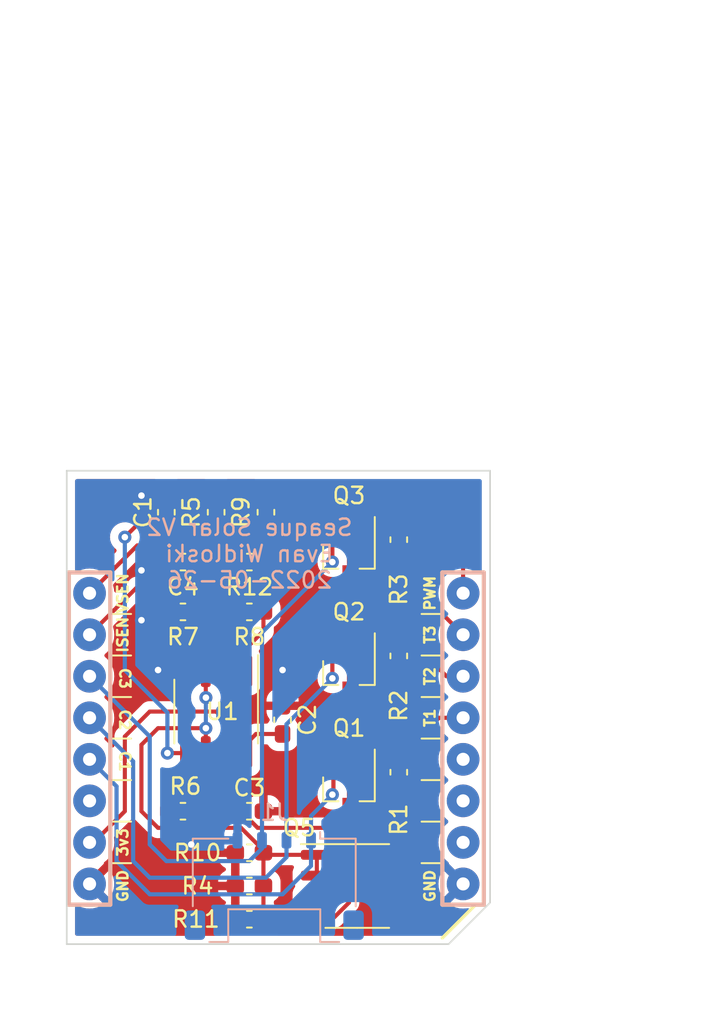
<source format=kicad_pcb>
(kicad_pcb (version 20211014) (generator pcbnew)
  (layers (0 "F.Cu" signal) (31 "B.Cu" signal) (34 "B.Paste" user) (35 "F.Paste" user) (36 "B.SilkS" user "B.Silkscreen") (37 "F.SilkS" user "F.Silkscreen") (38 "B.Mask" user) (39 "F.Mask" user) (44 "Edge.Cuts" user))
  (net 0 "")
  (net 1 "/PWM")
  (net 2 "/V_SENSE")
  (net 3 "/CELL1")
  (net 4 "/I_SENSE")
  (net 5 "/CELL2")
  (net 6 "unconnected-(A1-Pad12)")
  (net 7 "/CELL3")
  (net 10 "GND")
  (net 11 "Net-(C1-Pad1)")
  (net 12 "Net-(Q1-Pad1)")
  (net 13 "Net-(Q2-Pad1)")
  (net 14 "Net-(Q3-Pad1)")
  (net 15 "/T1")
  (net 16 "/T2")
  (net 18 "+3V3")
  (net 19 "/T3")
  (net 20 "Net-(R7-Pad2)")
  (net 21 "Net-(R6-Pad1)")
  (net 22 "Net-(R8-Pad2)")
  (net 23 "Net-(C3-Pad1)")
  (net 24 "Net-(R10-Pad2)")
  (footprint "Package_TO_SOT_SMD:SOT-23_Handsoldering" (layer "F.Cu") (at 143.764 75.8455 -90)
    (fp_text reference "Q2" (at -3.7095 0 180) (layer "F.SilkS"))
    (fp_text value "hFE>1k")
    (fp_line (start 0.76 1.58) (end -0.7 1.58) (layer "F.SilkS") (width 0.12))
    (fp_line (start 0.76 1.58) (end 0.76 0.65) (layer "F.SilkS") (width 0.12))
    (fp_line (start 0.76 -1.58) (end 0.76 -0.65) (layer "F.SilkS") (width 0.12))
    (fp_line (start 0.76 -1.58) (end -2.4 -1.58) (layer "F.SilkS") (width 0.12))
    (pad "1" smd rect (at -1.5 -0.95 270) (size 1.9 0.8) (layers "F.Cu" "F.Paste" "F.Mask") (net 13 "Net-(Q2-Pad1)"))
    (pad "2" smd rect (at -1.5 0.95 270) (size 1.9 0.8) (layers "F.Cu" "F.Paste" "F.Mask") (net 5 "/CELL2"))
    (pad "3" smd rect (at 1.5 0 270) (size 1.9 0.8) (layers "F.Cu" "F.Paste" "F.Mask") (net 2 "/V_SENSE"))
  )
  (footprint "Capacitor_SMD:C_0603_1608Metric_Pad1.08x0.95mm_HandSolder" (layer "F.Cu") (at 137.668 90.932)
    (fp_text reference "R11" (at -3.27 0) (layer "F.SilkS"))
    (fp_text value "3")
    (fp_line (start -0.146267 0.51) (end 0.146267 0.51) (layer "F.SilkS") (width 0.12))
    (fp_line (start -0.146267 -0.51) (end 0.146267 -0.51) (layer "F.SilkS") (width 0.12))
    (pad "1" smd roundrect (at -0.8625 0) (size 1.075 0.95) (layers "F.Cu" "F.Paste" "F.Mask") (net 10 "GND"))
    (pad "2" smd roundrect (at 0.8625 0) (size 1.075 0.95) (layers "F.Cu" "F.Paste" "F.Mask") (net 24 "Net-(R10-Pad2)"))
  )
  (footprint "Package_SO:SOIC-8_3.9x4.9mm_P1.27mm" (layer "F.Cu") (at 144.272 88.9)
    (fp_text reference "Q5" (at -3.556 -3.556) (layer "F.SilkS"))
    (fp_text value "IRF7403")
    (fp_line (start 0 2.56) (end 1.95 2.56) (layer "F.SilkS") (width 0.12))
    (fp_line (start 0 2.56) (end -1.95 2.56) (layer "F.SilkS") (width 0.12))
    (fp_line (start 0 -2.56) (end -3.45 -2.56) (layer "F.SilkS") (width 0.12))
    (fp_line (start 0 -2.56) (end 1.95 -2.56) (layer "F.SilkS") (width 0.12))
    (pad "1" smd roundrect (at -2.475 -1.905) (size 1.95 0.6) (layers "F.Cu" "F.Paste" "F.Mask") (net 24 "Net-(R10-Pad2)"))
    (pad "2" smd roundrect (at -2.475 -0.635) (size 1.95 0.6) (layers "F.Cu" "F.Paste" "F.Mask") (net 24 "Net-(R10-Pad2)"))
    (pad "3" smd roundrect (at -2.475 0.635) (size 1.95 0.6) (layers "F.Cu" "F.Paste" "F.Mask") (net 24 "Net-(R10-Pad2)"))
    (pad "4" smd roundrect (at -2.475 1.905) (size 1.95 0.6) (layers "F.Cu" "F.Paste" "F.Mask") (net 23 "Net-(C3-Pad1)"))
    (pad "5" smd roundrect (at 2.475 1.905) (size 1.95 0.6) (layers "F.Cu" "F.Paste" "F.Mask") (net 2 "/V_SENSE"))
    (pad "6" smd roundrect (at 2.475 0.635) (size 1.95 0.6) (layers "F.Cu" "F.Paste" "F.Mask") (net 2 "/V_SENSE"))
    (pad "7" smd roundrect (at 2.475 -0.635) (size 1.95 0.6) (layers "F.Cu" "F.Paste" "F.Mask") (net 2 "/V_SENSE"))
    (pad "8" smd roundrect (at 2.475 -1.905) (size 1.95 0.6) (layers "F.Cu" "F.Paste" "F.Mask") (net 2 "/V_SENSE"))
  )
  (footprint "Capacitor_SMD:C_0603_1608Metric_Pad1.08x0.95mm_HandSolder" (layer "F.Cu") (at 135.636 66.04 -90)
    (fp_text reference "R5" (at 0 1.524 -90) (layer "F.SilkS"))
    (fp_text value "1k")
    (fp_line (start -0.146267 0.51) (end 0.146267 0.51) (layer "F.SilkS") (width 0.12))
    (fp_line (start -0.146267 -0.51) (end 0.146267 -0.51) (layer "F.SilkS") (width 0.12))
    (pad "1" smd roundrect (at -0.8625 0 270) (size 1.075 0.95) (layers "F.Cu" "F.Paste" "F.Mask") (net 10 "GND"))
    (pad "2" smd roundrect (at 0.8625 0 270) (size 1.075 0.95) (layers "F.Cu" "F.Paste" "F.Mask") (net 11 "Net-(C1-Pad1)"))
  )
  (footprint "Package_TO_SOT_SMD:SOT-23_Handsoldering" (layer "F.Cu") (at 143.764 82.9575 -90)
    (fp_text reference "Q1" (at -3.7095 0) (layer "F.SilkS"))
    (fp_text value "hFE>1k")
    (fp_line (start 0.76 -1.58) (end 0.76 -0.65) (layer "F.SilkS") (width 0.12))
    (fp_line (start 0.76 -1.58) (end -2.4 -1.58) (layer "F.SilkS") (width 0.12))
    (fp_line (start 0.76 1.58) (end 0.76 0.65) (layer "F.SilkS") (width 0.12))
    (fp_line (start 0.76 1.58) (end -0.7 1.58) (layer "F.SilkS") (width 0.12))
    (pad "1" smd rect (at -1.5 -0.95 270) (size 1.9 0.8) (layers "F.Cu" "F.Paste" "F.Mask") (net 12 "Net-(Q1-Pad1)"))
    (pad "2" smd rect (at -1.5 0.95 270) (size 1.9 0.8) (layers "F.Cu" "F.Paste" "F.Mask") (net 3 "/CELL1"))
    (pad "3" smd rect (at 1.5 0 270) (size 1.9 0.8) (layers "F.Cu" "F.Paste" "F.Mask") (net 2 "/V_SENSE"))
  )
  (footprint "Capacitor_SMD:C_0603_1608Metric_Pad1.08x0.95mm_HandSolder" (layer "F.Cu") (at 132.588 66.04 90)
    (fp_text reference "C1" (at 0 -1.43 90) (layer "F.SilkS"))
    (fp_text value "10uF")
    (fp_line (start -0.146267 0.51) (end 0.146267 0.51) (layer "F.SilkS") (width 0.12))
    (fp_line (start -0.146267 -0.51) (end 0.146267 -0.51) (layer "F.SilkS") (width 0.12))
    (pad "1" smd roundrect (at -0.8625 0 90) (size 1.075 0.95) (layers "F.Cu" "F.Paste" "F.Mask") (net 11 "Net-(C1-Pad1)"))
    (pad "2" smd roundrect (at 0.8625 0 90) (size 1.075 0.95) (layers "F.Cu" "F.Paste" "F.Mask") (net 10 "GND"))
  )
  (footprint "Capacitor_SMD:C_0603_1608Metric_Pad1.08x0.95mm_HandSolder" (layer "F.Cu") (at 146.812 81.9415 -90)
    (fp_text reference "R1" (at 2.8945 0 -90) (layer "F.SilkS"))
    (fp_text value "1k")
    (fp_line (start -0.146267 -0.51) (end 0.146267 -0.51) (layer "F.SilkS") (width 0.12))
    (fp_line (start -0.146267 0.51) (end 0.146267 0.51) (layer "F.SilkS") (width 0.12))
    (pad "1" smd roundrect (at -0.8625 0 270) (size 1.075 0.95) (layers "F.Cu" "F.Paste" "F.Mask") (net 15 "/T1"))
    (pad "2" smd roundrect (at 0.8625 0 270) (size 1.075 0.95) (layers "F.Cu" "F.Paste" "F.Mask") (net 12 "Net-(Q1-Pad1)"))
  )
  (footprint "Capacitor_SMD:C_0603_1608Metric_Pad1.08x0.95mm_HandSolder" (layer "F.Cu") (at 137.668 69.088 180)
    (fp_text reference "R12" (at 0 -1.524) (layer "F.SilkS"))
    (fp_text value "1k")
    (fp_line (start -0.146267 0.51) (end 0.146267 0.51) (layer "F.SilkS") (width 0.12))
    (fp_line (start -0.146267 -0.51) (end 0.146267 -0.51) (layer "F.SilkS") (width 0.12))
    (pad "1" smd roundrect (at -0.8625 0 180) (size 1.075 0.95) (layers "F.Cu" "F.Paste" "F.Mask") (net 22 "Net-(R8-Pad2)"))
    (pad "2" smd roundrect (at 0.8625 0 180) (size 1.075 0.95) (layers "F.Cu" "F.Paste" "F.Mask") (net 4 "/I_SENSE"))
  )
  (footprint "Capacitor_SMD:C_0603_1608Metric_Pad1.08x0.95mm_HandSolder" (layer "F.Cu") (at 133.604 84.328)
    (fp_text reference "R6" (at 0.146267 -1.524) (layer "F.SilkS"))
    (fp_text value "1k")
    (fp_line (start -0.146267 -0.51) (end 0.146267 -0.51) (layer "F.SilkS") (width 0.12))
    (fp_line (start -0.146267 0.51) (end 0.146267 0.51) (layer "F.SilkS") (width 0.12))
    (pad "1" smd roundrect (at -0.8625 0) (size 1.075 0.95) (layers "F.Cu" "F.Paste" "F.Mask") (net 21 "Net-(R6-Pad1)"))
    (pad "2" smd roundrect (at 0.8625 0) (size 1.075 0.95) (layers "F.Cu" "F.Paste" "F.Mask") (net 23 "Net-(C3-Pad1)"))
  )
  (footprint "Capacitor_SMD:C_0603_1608Metric_Pad1.08x0.95mm_HandSolder" (layer "F.Cu") (at 137.668 72.136)
    (fp_text reference "R8" (at 0 1.524) (layer "F.SilkS"))
    (fp_text value "8.2k")
    (fp_line (start -0.146267 0.51) (end 0.146267 0.51) (layer "F.SilkS") (width 0.12))
    (fp_line (start -0.146267 -0.51) (end 0.146267 -0.51) (layer "F.SilkS") (width 0.12))
    (pad "1" smd roundrect (at -0.8625 0) (size 1.075 0.95) (layers "F.Cu" "F.Paste" "F.Mask") (net 20 "Net-(R7-Pad2)"))
    (pad "2" smd roundrect (at 0.8625 0) (size 1.075 0.95) (layers "F.Cu" "F.Paste" "F.Mask") (net 22 "Net-(R8-Pad2)"))
  )
  (footprint "Capacitor_SMD:C_0603_1608Metric_Pad1.08x0.95mm_HandSolder" (layer "F.Cu") (at 133.604 69.088 180)
    (fp_text reference "C4" (at 0 -1.524) (layer "F.SilkS"))
    (fp_text value "1uF")
    (fp_line (start -0.146267 -0.51) (end 0.146267 -0.51) (layer "F.SilkS") (width 0.12))
    (fp_line (start -0.146267 0.51) (end 0.146267 0.51) (layer "F.SilkS") (width 0.12))
    (pad "1" smd roundrect (at -0.8625 0 180) (size 1.075 0.95) (layers "F.Cu" "F.Paste" "F.Mask") (net 4 "/I_SENSE"))
    (pad "2" smd roundrect (at 0.8625 0 180) (size 1.075 0.95) (layers "F.Cu" "F.Paste" "F.Mask") (net 10 "GND"))
  )
  (footprint "Capacitor_SMD:C_0603_1608Metric_Pad1.08x0.95mm_HandSolder" (layer "F.Cu") (at 137.668 88.9)
    (fp_text reference "R4" (at -3.175 0) (layer "F.SilkS"))
    (fp_text value "3")
    (fp_line (start -0.146267 -0.51) (end 0.146267 -0.51) (layer "F.SilkS") (width 0.12))
    (fp_line (start -0.146267 0.51) (end 0.146267 0.51) (layer "F.SilkS") (width 0.12))
    (pad "1" smd roundrect (at -0.8625 0) (size 1.075 0.95) (layers "F.Cu" "F.Paste" "F.Mask") (net 10 "GND"))
    (pad "2" smd roundrect (at 0.8625 0) (size 1.075 0.95) (layers "F.Cu" "F.Paste" "F.Mask") (net 24 "Net-(R10-Pad2)"))
  )
  (footprint "Package_TO_SOT_SMD:SOT-23_Handsoldering" (layer "F.Cu") (at 143.764 68.7335 -90)
    (fp_text reference "Q3" (at -3.7095 0 180) (layer "F.SilkS"))
    (fp_text value "hFE>1k")
    (fp_line (start 0.76 -1.58) (end 0.76 -0.65) (layer "F.SilkS") (width 0.12))
    (fp_line (start 0.76 1.58) (end -0.7 1.58) (layer "F.SilkS") (width 0.12))
    (fp_line (start 0.76 -1.58) (end -2.4 -1.58) (layer "F.SilkS") (width 0.12))
    (fp_line (start 0.76 1.58) (end 0.76 0.65) (layer "F.SilkS") (width 0.12))
    (pad "1" smd rect (at -1.5 -0.95 270) (size 1.9 0.8) (layers "F.Cu" "F.Paste" "F.Mask") (net 14 "Net-(Q3-Pad1)"))
    (pad "2" smd rect (at -1.5 0.95 270) (size 1.9 0.8) (layers "F.Cu" "F.Paste" "F.Mask") (net 7 "/CELL3"))
    (pad "3" smd rect (at 1.5 0 270) (size 1.9 0.8) (layers "F.Cu" "F.Paste" "F.Mask") (net 2 "/V_SENSE"))
  )
  (footprint "Capacitor_SMD:C_0603_1608Metric_Pad1.08x0.95mm_HandSolder" (layer "F.Cu") (at 146.812 67.7175 -90)
    (fp_text reference "R3" (at 3.048 0 -90) (layer "F.SilkS"))
    (fp_text value "1k")
    (fp_line (start -0.146267 -0.51) (end 0.146267 -0.51) (layer "F.SilkS") (width 0.12))
    (fp_line (start -0.146267 0.51) (end 0.146267 0.51) (layer "F.SilkS") (width 0.12))
    (pad "1" smd roundrect (at -0.8625 0 270) (size 1.075 0.95) (layers "F.Cu" "F.Paste" "F.Mask") (net 19 "/T3"))
    (pad "2" smd roundrect (at 0.8625 0 270) (size 1.075 0.95) (layers "F.Cu" "F.Paste" "F.Mask") (net 14 "Net-(Q3-Pad1)"))
  )
  (footprint "Capacitor_SMD:C_0603_1608Metric_Pad1.08x0.95mm_HandSolder" (layer "F.Cu") (at 146.812 74.8295 -90)
    (fp_text reference "R2" (at 3.048 0 -90) (layer "F.SilkS"))
    (fp_text value "1k")
    (fp_line (start -0.146267 -0.51) (end 0.146267 -0.51) (layer "F.SilkS") (width 0.12))
    (fp_line (start -0.146267 0.51) (end 0.146267 0.51) (layer "F.SilkS") (width 0.12))
    (pad "1" smd roundrect (at -0.8625 0 270) (size 1.075 0.95) (layers "F.Cu" "F.Paste" "F.Mask") (net 16 "/T2"))
    (pad "2" smd roundrect (at 0.8625 0 270) (size 1.075 0.95) (layers "F.Cu" "F.Paste" "F.Mask") (net 13 "Net-(Q2-Pad1)"))
  )
  (footprint "Capacitor_SMD:C_0603_1608Metric_Pad1.08x0.95mm_HandSolder" (layer "F.Cu") (at 139.7 78.74 90)
    (fp_text reference "C2" (at 0 1.524 90) (layer "F.SilkS"))
    (fp_text value "1uF")
    (fp_line (start -0.146267 -0.51) (end 0.146267 -0.51) (layer "F.SilkS") (width 0.12))
    (fp_line (start -0.146267 0.51) (end 0.146267 0.51) (layer "F.SilkS") (width 0.12))
    (pad "1" smd roundrect (at -0.8625 0 90) (size 1.075 0.95) (layers "F.Cu" "F.Paste" "F.Mask") (net 18 "+3V3"))
    (pad "2" smd roundrect (at 0.8625 0 90) (size 1.075 0.95) (layers "F.Cu" "F.Paste" "F.Mask") (net 10 "GND"))
  )
  (footprint "Package_SO:SOIC-8_3.9x4.9mm_P1.27mm" (layer "F.Cu") (at 135.636 78.232 -90)
    (fp_text reference "U1" (at 0 -0.381 180) (layer "F.SilkS"))
    (fp_text value "TLV2372")
    (fp_line (start 0 -2.56) (end -3.45 -2.56) (layer "F.SilkS") (width 0.12))
    (fp_line (start 0 2.56) (end -1.95 2.56) (layer "F.SilkS") (width 0.12))
    (fp_line (start 0 2.56) (end 1.95 2.56) (layer "F.SilkS") (width 0.12))
    (fp_line (start 0 -2.56) (end 1.95 -2.56) (layer "F.SilkS") (width 0.12))
    (pad "1" smd roundrect (at -2.475 -1.905 270) (size 1.95 0.6) (layers "F.Cu" "F.Paste" "F.Mask") (net 22 "Net-(R8-Pad2)"))
    (pad "2" smd roundrect (at -2.475 -0.635 270) (size 1.95 0.6) (layers "F.Cu" "F.Paste" "F.Mask") (net 20 "Net-(R7-Pad2)"))
    (pad "3" smd roundrect (at -2.475 0.635 270) (size 1.95 0.6) (layers "F.Cu" "F.Paste" "F.Mask") (net 24 "Net-(R10-Pad2)"))
    (pad "4" smd roundrect (at -2.475 1.905 270) (size 1.95 0.6) (layers "F.Cu" "F.Paste" "F.Mask") (net 10 "GND"))
    (pad "5" smd roundrect (at 2.475 1.905 270) (size 1.95 0.6) (layers "F.Cu" "F.Paste" "F.Mask") (net 11 "Net-(C1-Pad1)"))
    (pad "6" smd roundrect (at 2.475 0.635 270) (size 1.95 0.6) (layers "F.Cu" "F.Paste" "F.Mask") (net 24 "Net-(R10-Pad2)"))
    (pad "7" smd roundrect (at 2.475 -0.635 270) (size 1.95 0.6) (layers "F.Cu" "F.Paste" "F.Mask") (net 21 "Net-(R6-Pad1)"))
    (pad "8" smd roundrect (at 2.475 -1.905 270) (size 1.95 0.6) (layers "F.Cu" "F.Paste" "F.Mask") (net 18 "+3V3"))
  )
  (footprint "Capacitor_SMD:C_0603_1608Metric_Pad1.08x0.95mm_HandSolder" (layer "F.Cu") (at 137.668 84.328)
    (fp_text reference "C3" (at 0 -1.43) (layer "F.SilkS"))
    (fp_text value "1uF")
    (fp_line (start -0.146267 0.51) (end 0.146267 0.51) (layer "F.SilkS") (width 0.12))
    (fp_line (start -0.146267 -0.51) (end 0.146267 -0.51) (layer "F.SilkS") (width 0.12))
    (pad "1" smd roundrect (at -0.8625 0) (size 1.075 0.95) (layers "F.Cu" "F.Paste" "F.Mask") (net 23 "Net-(C3-Pad1)"))
    (pad "2" smd roundrect (at 0.8625 0) (size 1.075 0.95) (layers "F.Cu" "F.Paste" "F.Mask") (net 10 "GND"))
  )
  (footprint "libmikro:mikroBUS_Plug" (layer "F.Cu") (at 139.319 79.883)
    (fp_text reference "A1" hide)
    (fp_text value "mikroBUS_Plug")
    (fp_text user "T3" (at 9.398 -6.35 270) (layer "F.SilkS") (effects (font (size 0.635 0.635))))
    (fp_text user "T2" (at 9.398 -3.81 270) (layer "F.SilkS") (effects (font (size 0.635 0.635))))
    (fp_text user "ISEN" (at -9.398 -6.35 90) (layer "F.SilkS") (effects (font (size 0.635 0.635))))
    (fp_text user "GND" (at 9.398 9.017 270) (layer "F.SilkS") (effects (font (size 0.635 0.635))))
    (fp_text user "VSEN" (at -9.398 -8.89 90) (layer "F.SilkS") (effects (font (size 0.635 0.635))))
    (fp_text user "GND" (at -9.398 9.017 270) (layer "F.SilkS") (effects (font (size 0.635 0.635))))
    (fp_text user "PWM" (at 9.398 -8.89 270) (layer "F.SilkS") (effects (font (size 0.635 0.635))))
    (fp_text user "3v3" (at -9.398 6.35 90) (layer "F.SilkS") (effects (font (size 0.635 0.635))))
    (fp_text user "T1" (at 9.398 -1.27 270) (layer "F.SilkS") (effects (font (size 0.635 0.635))))
    (fp_line (start -12.7 10.16) (end -12.7 -10.16) (layer "B.SilkS") (width 0.254))
    (fp_line (start 12.7 -10.16) (end 10.16 -10.16) (layer "B.SilkS") (width 0.254))
    (fp_line (start -10.16 10.16) (end -12.7 10.16) (layer "B.SilkS") (width 0.254))
    (fp_line (start -10.16 -10.16) (end -10.16 10.16) (layer "B.SilkS") (width 0.254))
    (fp_line (start 10.16 10.16) (end 12.7 10.16) (layer "B.SilkS") (width 0.254))
    (fp_line (start 10.16 -10.16) (end 10.16 10.16) (layer "B.SilkS") (width 0.254))
    (fp_line (start 12.7 10.16) (end 12.7 -10.16) (layer "B.SilkS") (width 0.254))
    (fp_line (start -12.7 -10.16) (end -10.16 -10.16) (layer "B.SilkS") (width 0.254))
    (fp_line (start -10.16 -2.54) (end -8.89 -2.54) (layer "F.SilkS") (width 0.12))
    (fp_line (start 8.89 7.62) (end 10.16 7.62) (layer "F.SilkS") (width 0.12))
    (fp_line (start -10.16 0) (end -8.89 0) (layer "F.SilkS") (width 0.12))
    (fp_line (start 10.16 12.192) (end 12.192 10.16) (layer "F.SilkS") (width 0.2032))
    (fp_line (start 12.7 -10.16) (end 10.16 -10.16) (layer "F.SilkS") (width 0.254))
    (fp_line (start 10.16 -10.16) (end 10.16 10.16) (layer "F.SilkS") (width 0.254))
    (fp_line (start 8.89 2.54) (end 10.16 2.54) (layer "F.SilkS") (width 0.12))
    (fp_line (start 10.16 10.16) (end 12.7 10.16) (layer "F.SilkS") (width 0.254))
    (fp_line (start 12.7 10.16) (end 12.7 -10.16) (layer "F.SilkS") (width 0.254))
    (fp_line (start -12.7 -10.16) (end -12.7 10.16) (layer "F.SilkS") (width 0.254))
    (fp_line (start -10.16 5.08) (end -8.89 5.08) (layer "F.SilkS") (width 0.12))
    (fp_line (start -12.7 10.16) (end -10.16 10.16) (layer "F.SilkS") (width 0.254))
    (fp_line (start 8.89 -5.08) (end 10.16 -5.08) (layer "F.SilkS") (width 0.12))
    (fp_line (start 8.89 -2.54) (end 10.16 -2.54) (layer "F.SilkS") (width 0.12))
    (fp_line (start -10.16 7.62) (end -8.89 7.62) (layer "F.SilkS") (width 0.12))
    (fp_line (start 8.89 0) (end 10.16 0) (layer "F.SilkS") (width 0.12))
    (fp_line (start -10.16 -5.08) (end -8.89 -5.08) (layer "F.SilkS") (width 0.12))
    (fp_line (start 8.89 5.08) (end 10.16 5.08) (layer "F.SilkS") (width 0.12))
    (fp_line (start -10.16 -10.16) (end -12.7 -10.16) (layer "F.SilkS") (width 0.254))
    (fp_line (start -10.16 10.16) (end -10.16 -10.16) (layer "F.SilkS") (width 0.254))
    (fp_line (start -10.16 -7.62) (end -8.89 -7.62) (layer "F.SilkS") (width 0.12))
    (fp_line (start -10.16 2.54) (end -8.89 2.54) (layer "F.SilkS") (width 0.12))
    (fp_line (start 8.89 -7.62) (end 10.16 -7.62) (layer "F.SilkS") (width 0.12))
    (pad "1" thru_hole circle (at -11.43 -8.89 270) (size 2 2) (drill 0.8) (layers *.Cu *.Mask) (net 2 "/V_SENSE"))
    (pad "2" thru_hole circle (at -11.43 -6.35 270) (size 2 2) (drill 0.8) (layers *.Cu *.Mask) (net 4 "/I_SENSE"))
    (pad "3" thru_hole circle (at -11.43 -3.81 270) (size 2 2) (drill 0.8) (layers *.Cu *.Mask) (net 7 "/CELL3"))
    (pad "4" thru_hole circle (at -11.43 -1.27 270) (size 2 2) (drill 0.8) (layers *.Cu *.Mask) (net 5 "/CELL2"))
    (pad "5" thru_hole circle (at -11.43 1.27 270) (size 2 2) (drill 0.8) (layers *.Cu *.Mask) (net 3 "/CELL1"))
    (pad "6" thru_hole circle (at -11.43 3.81 270) (size 2 2) (drill 0.8) (layers *.Cu *.Mask))
    (pad "7" thru_hole circle (at -11.43 6.35 270) (size 2 2) (drill 0.8) (layers *.Cu *.Mask) (net 18 "+3V3"))
    (pad "8" thru_hole circle (at -11.43 8.89 270) (size 2 2) (drill 0.8) (layers *.Cu *.Mask) (net 10 "GND"))
    (pad "9" thru_hole circle (at 11.43 8.89 270) (size 2 2) (drill 0.8) (layers *.Cu *.Mask) (net 10 "GND"))
    (pad "10" thru_hole circle (at 11.43 6.35 270) (size 2 2) (drill 0.8) (layers *.Cu *.Mask))
    (pad "11" thru_hole circle (at 11.43 3.81 270) (size 2 2) (drill 0.8) (layers *.Cu *.Mask))
    (pad "12" thru_hole circle (at 11.43 1.27 270) (size 2 2) (drill 0.8) (layers *.Cu *.Mask) (net 6 "unconnected-(A1-Pad12)"))
    (pad "13" thru_hole circle (at 11.43 -1.27 270) (size 2 2) (drill 0.8) (layers *.Cu *.Mask) (net 15 "/T1"))
    (pad "14" thru_hole circle (at 11.43 -3.81 270) (size 2 2) (drill 0.8) (layers *.Cu *.Mask) (net 16 "/T2"))
    (pad "15" thru_hole circle (at 11.43 -6.35 270) (size 2 2) (drill 0.8) (layers *.Cu *.Mask) (net 19 "/T3"))
    (pad "16" thru_hole circle (at 11.43 -8.89 270) (size 2 2) (drill 0.8) (layers *.Cu *.Mask) (net 1 "/PWM"))
  )
  (footprint "Capacitor_SMD:C_0603_1608Metric_Pad1.08x0.95mm_HandSolder" (layer "F.Cu") (at 138.684 66.04 -90)
    (fp_text reference "R9" (at 0 1.524 90) (layer "F.SilkS"))
    (fp_text value "5k")
    (fp_line (start -0.146267 -0.51) (end 0.146267 -0.51) (layer "F.SilkS") (width 0.12))
    (fp_line (start -0.146267 0.51) (end 0.146267 0.51) (layer "F.SilkS") (width 0.12))
    (pad "1" smd roundrect (at -0.8625 0 270) (size 1.075 0.95) (layers "F.Cu" "F.Paste" "F.Mask") (net 1 "/PWM"))
    (pad "2" smd roundrect (at 0.8625 0 270) (size 1.075 0.95) (layers "F.Cu" "F.Paste" "F.Mask") (net 11 "Net-(C1-Pad1)"))
  )
  (footprint "Capacitor_SMD:C_0603_1608Metric_Pad1.08x0.95mm_HandSolder" (layer "F.Cu") (at 133.604 72.136)
    (fp_text reference "R7" (at 0 1.524) (layer "F.SilkS"))
    (fp_text value "1k")
    (fp_line (start -0.146267 0.51) (end 0.146267 0.51) (layer "F.SilkS") (width 0.12))
    (fp_line (start -0.146267 -0.51) (end 0.146267 -0.51) (layer "F.SilkS") (width 0.12))
    (pad "1" smd roundrect (at -0.8625 0) (size 1.075 0.95) (layers "F.Cu" "F.Paste" "F.Mask") (net 10 "GND"))
    (pad "2" smd roundrect (at 0.8625 0) (size 1.075 0.95) (layers "F.Cu" "F.Paste" "F.Mask") (net 20 "Net-(R7-Pad2)"))
  )
  (footprint "Capacitor_SMD:C_0603_1608Metric_Pad1.08x0.95mm_HandSolder" (layer "F.Cu") (at 137.668 86.868)
    (fp_text reference "R10" (at -3.175 0) (layer "F.SilkS"))
    (fp_text value "3")
    (fp_line (start -0.146267 0.51) (end 0.146267 0.51) (layer "F.SilkS") (width 0.12))
    (fp_line (start -0.146267 -0.51) (end 0.146267 -0.51) (layer "F.SilkS") (width 0.12))
    (pad "1" smd roundrect (at -0.8625 0) (size 1.075 0.95) (layers "F.Cu" "F.Paste" "F.Mask") (net 10 "GND"))
    (pad "2" smd roundrect (at 0.8625 0) (size 1.075 0.95) (layers "F.Cu" "F.Paste" "F.Mask") (net 24 "Net-(R10-Pad2)"))
  )
  (footprint "Connector_Molex:Molex_Pico-Lock_504050-0491_1x04-1MP_P1.50mm_Horizontal" (layer "B.Cu") (at 139.192 88.9 180)
    (fp_text reference "J1" (at 0 4.5) (layer "B.SilkS") (effects (justify mirror)))
    (fp_text value "Conn_01x04")
    (fp_line (start -2.815 -1.425) (end 2.815 -1.425) (layer "B.SilkS") (width 0.12))
    (fp_line (start -3.97 -3.425) (end -2.815 -3.425) (layer "B.SilkS") (width 0.12))
    (fp_line (start -2.81 2.895) (end -2.81 3.295) (layer "B.SilkS") (width 0.12))
    (fp_line (start -4.985 2.895) (end -2.81 2.895) (layer "B.SilkS") (width 0.12))
    (fp_line (start -4.985 -1.235) (end -4.985 2.895) (layer "B.SilkS") (width 0.12))
    (fp_line (start 2.815 -3.425) (end 3.97 -3.425) (layer "B.SilkS") (width 0.12))
    (fp_line (start 2.815 -1.425) (end 2.815 -3.425) (layer "B.SilkS") (width 0.12))
    (fp_line (start 4.985 -1.235) (end 4.985 2.895) (layer "B.SilkS") (width 0.12))
    (fp_line (start 4.985 2.895) (end 2.81 2.895) (layer "B.SilkS") (width 0.12))
    (fp_line (start -2.815 -3.425) (end -2.815 -1.425) (layer "B.SilkS") (width 0.12))
    (pad "1" smd roundrect (at -2.25 2.795 180) (size 0.6 1) (layers "B.Cu" "B.Paste" "B.Mask") (net 3 "/CELL1"))
    (pad "2" smd roundrect (at -0.75 2.795 180) (size 0.6 1) (layers "B.Cu" "B.Paste" "B.Mask") (net 5 "/CELL2"))
    (pad "3" smd roundrect (at 0.75 2.795 180) (size 0.6 1) (layers "B.Cu" "B.Paste" "B.Mask") (net 7 "/CELL3"))
    (pad "4" smd roundrect (at 2.25 2.795 180) (size 0.6 1) (layers "B.Cu" "B.Paste" "B.Mask") (net 10 "GND"))
    (pad "MP" smd roundrect (at -4.855 -2.395 180) (size 1.25 1.8) (layers "B.Cu" "B.Paste" "B.Mask") (roundrect_rratio 0.2))
    (pad "MP" smd roundrect (at 4.855 -2.395 180) (size 1.25 1.8) (layers "B.Cu" "B.Paste" "B.Mask") (roundrect_rratio 0.2))
  )
  (gr_line (start 126.492 63.5) (end 126.492 92.456) (layer "Edge.Cuts") (width 0.1))
  (gr_line (start 152.4 89.916) (end 152.4 63.5) (layer "Edge.Cuts") (width 0.1))
  (gr_line (start 152.4 63.5) (end 126.492 63.5) (layer "Edge.Cuts") (width 0.1))
  (gr_line (start 126.492 92.456) (end 149.86 92.456) (layer "Edge.Cuts") (width 0.1))
  (gr_line (start 149.86 92.456) (end 152.4 89.916) (layer "Edge.Cuts") (width 0.1))
  (gr_text "Seaque Solar V2\nEvan Widloski\n2022-05-26" (at 137.668 68.58) (layer "B.SilkS") (effects (font (size 1 1)) (justify mirror)))
  (gr_text "C1" (at 130.048 81.28 270) (layer "F.SilkS") (effects (font (size 0.635 0.635))))
  (gr_text "C3" (at 130.048 76.2 270) (layer "F.SilkS") (effects (font (size 0.635 0.635))))
  (gr_text "C2" (at 130.048 78.74 270) (layer "F.SilkS") (effects (font (size 0.635 0.635))))
  (segment (start 147.828 64.516) (end 139.3455 64.516) (width 0.25) (layer "F.Cu") (net 1))
  (segment (start 150.749 67.437) (end 147.828 64.516) (width 0.25) (layer "F.Cu") (net 1))
  (segment (start 139.3455 64.516) (end 138.684 65.1775) (width 0.25) (layer "F.Cu") (net 1))
  (segment (start 150.749 70.993) (end 150.749 67.437) (width 0.25) (layer "F.Cu") (net 1))
  (segment (start 143.256 65.532) (end 142.24 65.532) (width 0.254) (layer "F.Cu") (net 2))
  (segment (start 146.747 90.805) (end 146.747 89.535) (width 0.25) (layer "F.Cu") (net 2))
  (segment (start 142.24 65.532) (end 139.7 68.072) (width 0.254) (layer "F.Cu") (net 2))
  (segment (start 139.7 68.072) (end 130.81 68.072) (width 0.254) (layer "F.Cu") (net 2))
  (segment (start 146.3015 86.995) (end 143.764 84.4575) (width 0.25) (layer "F.Cu") (net 2))
  (segment (start 130.81 68.072) (end 127.889 70.993) (width 0.254) (layer "F.Cu") (net 2))
  (segment (start 143.764 84.4575) (end 143.764 70.2335) (width 0.254) (layer "F.Cu") (net 2))
  (segment (start 143.256 65.532) (end 143.764 66.04) (width 0.254) (layer "F.Cu") (net 2))
  (segment (start 146.747 88.265) (end 146.747 86.995) (width 0.25) (layer "F.Cu") (net 2))
  (segment (start 146.747 86.995) (end 146.3015 86.995) (width 0.25) (layer "F.Cu") (net 2))
  (segment (start 143.74 70.2575) (end 143.764 70.2335) (width 0.254) (layer "F.Cu") (net 2))
  (segment (start 146.747 89.535) (end 146.747 88.265) (width 0.25) (layer "F.Cu") (net 2))
  (segment (start 143.764 66.04) (end 143.764 70.2335) (width 0.254) (layer "F.Cu") (net 2))
  (segment (start 142.814 83.246) (end 142.748 83.312) (width 0.254) (layer "F.Cu") (net 3))
  (segment (start 142.814 81.4575) (end 142.814 83.246) (width 0.254) (layer "F.Cu") (net 3))
  (segment (start 142.748 81.3915) (end 142.814 81.4575) (width 0.254) (layer "F.Cu") (net 3))
  (via (at 142.748 83.312) (size 0.8) (drill 0.4) (layers "F.Cu" "B.Cu") (net 3))
  (segment (start 141.442 86.105) (end 141.442 84.618) (width 0.25) (layer "B.Cu") (net 3))
  (segment (start 141.442 87.666) (end 141.442 86.65) (width 0.254) (layer "B.Cu") (net 3))
  (segment (start 139.7 89.408) (end 141.442 87.666) (width 0.254) (layer "B.Cu") (net 3))
  (segment (start 129.54 87.376) (end 131.572 89.408) (width 0.254) (layer "B.Cu") (net 3))
  (segment (start 129.54 82.804) (end 129.54 87.376) (width 0.254) (layer "B.Cu") (net 3))
  (segment (start 131.572 89.408) (end 139.7 89.408) (width 0.254) (layer "B.Cu") (net 3))
  (segment (start 141.442 84.618) (end 142.748 83.312) (width 0.25) (layer "B.Cu") (net 3))
  (segment (start 127.889 81.153) (end 129.54 82.804) (width 0.254) (layer "B.Cu") (net 3))
  (segment (start 127.889 73.533) (end 130.81 70.612) (width 0.25) (layer "F.Cu") (net 4))
  (segment (start 130.81 70.612) (end 133.096 70.612) (width 0.25) (layer "F.Cu") (net 4))
  (segment (start 134.4665 69.2415) (end 134.4665 69.088) (width 0.25) (layer "F.Cu") (net 4))
  (segment (start 133.096 70.612) (end 134.4665 69.2415) (width 0.25) (layer "F.Cu") (net 4))
  (segment (start 136.8055 69.088) (end 134.4665 69.088) (width 0.25) (layer "F.Cu") (net 4))
  (segment (start 142.748 74.2795) (end 142.814 74.3455) (width 0.254) (layer "F.Cu") (net 5))
  (segment (start 142.748 74.4115) (end 142.814 74.3455) (width 0.254) (layer "F.Cu") (net 5))
  (segment (start 142.748 76.2) (end 142.748 74.4115) (width 0.254) (layer "F.Cu") (net 5))
  (via (at 142.748 76.2) (size 0.8) (drill 0.4) (layers "F.Cu" "B.Cu") (net 5))
  (segment (start 139.942 86.105) (end 139.942 79.006) (width 0.254) (layer "B.Cu") (net 5))
  (segment (start 139.942 87.134) (end 139.942 86.105) (width 0.254) (layer "B.Cu") (net 5))
  (segment (start 138.684 88.392) (end 139.942 87.134) (width 0.254) (layer "B.Cu") (net 5))
  (segment (start 130.556 81.28) (end 130.556 87.376) (width 0.254) (layer "B.Cu") (net 5))
  (segment (start 131.572 88.392) (end 138.684 88.392) (width 0.254) (layer "B.Cu") (net 5))
  (segment (start 139.942 79.006) (end 142.748 76.2) (width 0.254) (layer "B.Cu") (net 5))
  (segment (start 127.889 78.613) (end 130.556 81.28) (width 0.254) (layer "B.Cu") (net 5))
  (segment (start 130.556 87.376) (end 131.572 88.392) (width 0.254) (layer "B.Cu") (net 5))
  (segment (start 150.178 81.153) (end 150.749 81.153) (width 0.508) (layer "F.Cu") (net 6))
  (segment (start 142.748 67.1675) (end 142.814 67.2335) (width 0.254) (layer "F.Cu") (net 7))
  (segment (start 142.748 67.2995) (end 142.814 67.2335) (width 0.254) (layer "F.Cu") (net 7))
  (segment (start 142.748 69.088) (end 142.748 67.2995) (width 0.254) (layer "F.Cu") (net 7))
  (via (at 142.748 69.088) (size 0.8) (drill 0.4) (layers "F.Cu" "B.Cu") (net 7))
  (segment (start 137.668 87.376) (end 138.442 86.602) (width 0.254) (layer "B.Cu") (net 7))
  (segment (start 132.588 87.376) (end 137.668 87.376) (width 0.254) (layer "B.Cu") (net 7))
  (segment (start 131.572 79.756) (end 131.572 86.36) (width 0.254) (layer "B.Cu") (net 7))
  (segment (start 127.889 76.073) (end 131.572 79.756) (width 0.254) (layer "B.Cu") (net 7))
  (segment (start 131.572 86.36) (end 132.588 87.376) (width 0.254) (layer "B.Cu") (net 7))
  (segment (start 138.442 86.602) (end 138.442 86.105) (width 0.254) (layer "B.Cu") (net 7))
  (segment (start 138.442 73.394) (end 142.748 69.088) (width 0.254) (layer "B.Cu") (net 7))
  (segment (start 138.442 86.105) (end 138.442 73.394) (width 0.254) (layer "B.Cu") (net 7))
  (via (at 131.064 72.644) (size 0.8) (drill 0.4) (layers "F.Cu" "B.Cu") (net 10))
  (via (at 131.064 69.596) (size 0.8) (drill 0.4) (layers "F.Cu" "B.Cu") (net 10))
  (via (at 134.112 86.36) (size 0.8) (drill 0.4) (layers "F.Cu" "B.Cu") (net 10))
  (via (at 132.08 75.692) (size 0.8) (drill 0.4) (layers "F.Cu" "B.Cu") (net 10))
  (via (at 139.7 75.692) (size 0.8) (drill 0.4) (layers "F.Cu" "B.Cu") (net 10))
  (via (at 131.064 65.024) (size 0.8) (drill 0.4) (layers "F.Cu" "B.Cu") (net 10))
  (segment (start 132.588 66.9025) (end 130.7095 66.9025) (width 0.25) (layer "F.Cu") (net 11))
  (segment (start 133.666 80.772) (end 133.731 80.707) (width 0.254) (layer "F.Cu") (net 11))
  (segment (start 135.636 66.9025) (end 132.588 66.9025) (width 0.25) (layer "F.Cu") (net 11))
  (segment (start 130.7095 66.9025) (end 130.048 67.564) (width 0.25) (layer "F.Cu") (net 11))
  (segment (start 138.684 66.9025) (end 135.636 66.9025) (width 0.25) (layer "F.Cu") (net 11))
  (segment (start 132.653 80.772) (end 133.666 80.772) (width 0.254) (layer "F.Cu") (net 11))
  (via (at 130.048 67.564) (size 0.8) (drill 0.4) (layers "F.Cu" "B.Cu") (net 11))
  (via (at 132.653 80.772) (size 0.8) (drill 0.4) (layers "F.Cu" "B.Cu") (net 11))
  (segment (start 130.048 75.692) (end 132.653 78.297) (width 0.254) (layer "B.Cu") (net 11))
  (segment (start 132.653 78.297) (end 132.653 80.772) (width 0.254) (layer "B.Cu") (net 11))
  (segment (start 130.048 67.564) (end 130.048 75.692) (width 0.254) (layer "B.Cu") (net 11))
  (segment (start 146.0605 82.804) (end 144.714 81.4575) (width 0.25) (layer "F.Cu") (net 12))
  (segment (start 146.812 82.804) (end 146.0605 82.804) (width 0.25) (layer "F.Cu") (net 12))
  (segment (start 146.812 75.692) (end 146.0605 75.692) (width 0.25) (layer "F.Cu") (net 13))
  (segment (start 146.0605 75.692) (end 144.714 74.3455) (width 0.25) (layer "F.Cu") (net 13))
  (segment (start 146.0605 68.58) (end 144.714 67.2335) (width 0.25) (layer "F.Cu") (net 14))
  (segment (start 146.812 68.58) (end 146.0605 68.58) (width 0.25) (layer "F.Cu") (net 14))
  (segment (start 146.812 81.079) (end 149.278 78.613) (width 0.25) (layer "F.Cu") (net 15))
  (segment (start 149.278 78.613) (end 150.749 78.613) (width 0.25) (layer "F.Cu") (net 15))
  (segment (start 150.749 76.073) (end 149.733 76.073) (width 0.25) (layer "F.Cu") (net 16))
  (segment (start 149.733 76.073) (end 147.627 73.967) (width 0.25) (layer "F.Cu") (net 16))
  (segment (start 147.627 73.967) (end 146.812 73.967) (width 0.25) (layer "F.Cu") (net 16))
  (segment (start 137.541 80.137) (end 137.541 81.215) (width 0.25) (layer "F.Cu") (net 18))
  (segment (start 131.572 78.232) (end 135.636 78.232) (width 0.25) (layer "F.Cu") (net 18))
  (segment (start 135.636 78.232) (end 137.541 80.137) (width 0.25) (layer "F.Cu") (net 18))
  (segment (start 139.7 79.6025) (end 138.0755 79.6025) (width 0.25) (layer "F.Cu") (net 18))
  (segment (start 128.143 86.233) (end 130.048 84.328) (width 0.25) (layer "F.Cu") (net 18))
  (segment (start 127.889 86.233) (end 128.143 86.233) (width 0.25) (layer "F.Cu") (net 18))
  (segment (start 130.048 79.756) (end 131.572 78.232) (width 0.25) (layer "F.Cu") (net 18))
  (segment (start 130.048 84.328) (end 130.048 79.756) (width 0.25) (layer "F.Cu") (net 18))
  (segment (start 138.0755 79.6025) (end 137.541 80.137) (width 0.25) (layer "F.Cu") (net 18))
  (segment (start 148.336 71.12) (end 148.336 67.564) (width 0.25) (layer "F.Cu") (net 19))
  (segment (start 148.336 67.564) (end 147.627 66.855) (width 0.25) (layer "F.Cu") (net 19))
  (segment (start 147.627 66.855) (end 146.812 66.855) (width 0.25) (layer "F.Cu") (net 19))
  (segment (start 150.749 73.533) (end 148.336 71.12) (width 0.25) (layer "F.Cu") (net 19))
  (segment (start 134.4665 72.136) (end 136.8055 72.136) (width 0.25) (layer "F.Cu") (net 20))
  (segment (start 136.271 76.265) (end 136.271 74.041) (width 0.25) (layer "F.Cu") (net 20))
  (segment (start 136.271 74.041) (end 136.8055 73.5065) (width 0.25) (layer "F.Cu") (net 20))
  (segment (start 136.8055 73.5065) (end 136.8055 72.136) (width 0.25) (layer "F.Cu") (net 20))
  (segment (start 132.7415 84.328) (end 132.7415 84.1745) (width 0.25) (layer "F.Cu") (net 21))
  (segment (start 134.112 82.804) (end 135.128 82.804) (width 0.25) (layer "F.Cu") (net 21))
  (segment (start 132.7415 84.1745) (end 134.112 82.804) (width 0.25) (layer "F.Cu") (net 21))
  (segment (start 135.128 82.804) (end 136.271 81.661) (width 0.25) (layer "F.Cu") (net 21))
  (segment (start 136.271 81.661) (end 136.271 80.707) (width 0.25) (layer "F.Cu") (net 21))
  (segment (start 137.541 76.265) (end 137.541 74.295) (width 0.25) (layer "F.Cu") (net 22))
  (segment (start 137.541 74.295) (end 138.5305 73.3055) (width 0.25) (layer "F.Cu") (net 22))
  (segment (start 138.5305 73.3055) (end 138.5305 72.136) (width 0.25) (layer "F.Cu") (net 22))
  (segment (start 138.5305 72.136) (end 138.5305 69.088) (width 0.25) (layer "F.Cu") (net 22))
  (segment (start 143.764 86.868) (end 142.24 85.344) (width 0.25) (layer "F.Cu") (net 23))
  (segment (start 138.176 85.344) (end 137.16 84.328) (width 0.25) (layer "F.Cu") (net 23))
  (segment (start 142.24 85.344) (end 138.176 85.344) (width 0.25) (layer "F.Cu") (net 23))
  (segment (start 137.16 84.328) (end 136.8055 84.328) (width 0.25) (layer "F.Cu") (net 23))
  (segment (start 136.8055 84.328) (end 134.4665 84.328) (width 0.25) (layer "F.Cu") (net 23))
  (segment (start 143.764 89.916) (end 143.764 86.868) (width 0.25) (layer "F.Cu") (net 23))
  (segment (start 142.875 90.805) (end 143.764 89.916) (width 0.25) (layer "F.Cu") (net 23))
  (segment (start 141.797 90.805) (end 142.875 90.805) (width 0.25) (layer "F.Cu") (net 23))
  (segment (start 135.008661 79.245153) (end 135.005814 79.248) (width 0.25) (layer "F.Cu") (net 24))
  (segment (start 131.064 84.328) (end 131.064 80.264) (width 0.25) (layer "F.Cu") (net 24))
  (segment (start 135.001 79.252814) (end 135.005814 79.248) (width 0.25) (layer "F.Cu") (net 24))
  (segment (start 138.5305 90.932) (end 138.5305 88.9) (width 0.25) (layer "F.Cu") (net 24))
  (segment (start 135.001 75.757) (end 135.001 77.37184) (width 0.25) (layer "F.Cu") (net 24))
  (segment (start 138.5305 86.868) (end 138.5305 86.7145) (width 0.25) (layer "F.Cu") (net 24))
  (segment (start 141.797 88.265) (end 141.797 86.995) (width 0.25) (layer "F.Cu") (net 24))
  (segment (start 135.001 77.37184) (end 135.008661 77.379501) (width 0.25) (layer "F.Cu") (net 24))
  (segment (start 138.5305 86.7145) (end 137.16 85.344) (width 0.25) (layer "F.Cu") (net 24))
  (segment (start 137.16 85.344) (end 132.08 85.344) (width 0.25) (layer "F.Cu") (net 24))
  (segment (start 132.08 85.344) (end 131.064 84.328) (width 0.25) (layer "F.Cu") (net 24))
  (segment (start 131.064 80.264) (end 132.08 79.248) (width 0.25) (layer "F.Cu") (net 24))
  (segment (start 135.001 80.707) (end 135.001 79.252814) (width 0.25) (layer "F.Cu") (net 24))
  (segment (start 141.797 86.995) (end 138.6575 86.995) (width 0.25) (layer "F.Cu") (net 24))
  (segment (start 132.08 79.248) (end 135.005814 79.248) (width 0.25) (layer "F.Cu") (net 24))
  (segment (start 141.797 89.535) (end 141.797 88.265) (width 0.25) (layer "F.Cu") (net 24))
  (segment (start 138.6575 86.995) (end 138.5305 86.868) (width 0.25) (layer "F.Cu") (net 24))
  (segment (start 138.5305 88.9) (end 138.5305 86.868) (width 0.25) (layer "F.Cu") (net 24))
  (via (at 135.008661 77.379501) (size 0.8) (drill 0.4) (layers "F.Cu" "B.Cu") (net 24))
  (via (at 135.005814 79.248) (size 0.8) (drill 0.4) (layers "F.Cu" "B.Cu") (net 24))
  (segment (start 135.005814 77.382348) (end 135.008661 77.379501) (width 0.25) (layer "B.Cu") (net 24))
  (segment (start 135.005814 79.248) (end 135.005814 77.382348) (width 0.25) (layer "B.Cu") (net 24))
  (zone (net 10) (net_name "GND") (layer "F.Cu") (connect_pads (clearance 0.508)) (min_thickness 0.254) (fill yes (thermal_gap 0.508) (thermal_bridge_width 0.508))
    (polygon (pts (xy 151.892 89.916) (xy 149.352 92.456) (xy 126.492 92.456) (xy 126.492 64.008) (xy 151.892 64.008)))
  )
  (zone (net 10) (net_name "GND") (layer "F.Cu") (connect_pads (clearance 0.508)) (min_thickness 0.254) (fill yes (thermal_gap 0.508) (thermal_bridge_width 0.508))
    (polygon (pts (xy 137.668 92.456) (xy 126.492 92.456) (xy 126.492 87.376) (xy 129.032 87.376) (xy 131.064 85.344) (xy 137.668 85.344)))
  )
  (zone (net 10) (net_name "GND") (layer "B.Cu") (connect_pads (clearance 0.508)) (min_thickness 0.254) (fill yes (thermal_gap 0.508) (thermal_bridge_width 0.508))
    (polygon (pts (xy 151.892 89.916) (xy 149.352 92.456) (xy 126.492 92.456) (xy 126.492 64.008) (xy 151.892 64.008)))
  )
)
</source>
